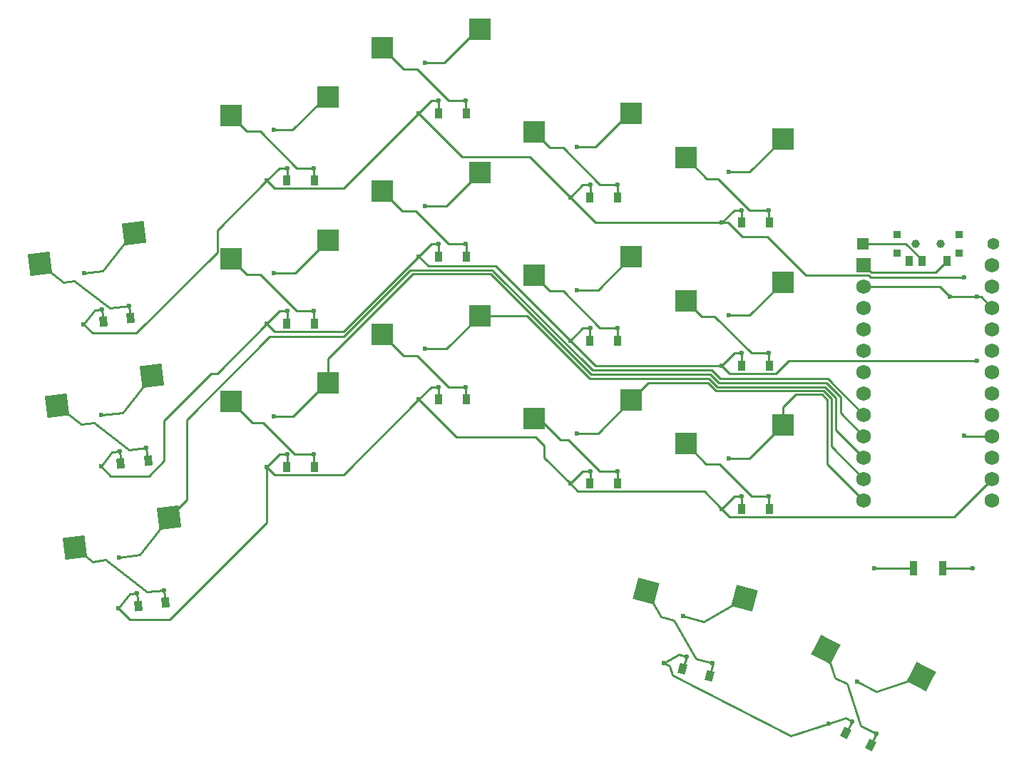
<source format=gbr>
%TF.GenerationSoftware,KiCad,Pcbnew,7.0.11*%
%TF.CreationDate,2024-03-03T17:55:26+13:00*%
%TF.ProjectId,socius-choc-v1,736f6369-7573-42d6-9368-6f632d76312e,v1.0.0*%
%TF.SameCoordinates,Original*%
%TF.FileFunction,Copper,L1,Top*%
%TF.FilePolarity,Positive*%
%FSLAX46Y46*%
G04 Gerber Fmt 4.6, Leading zero omitted, Abs format (unit mm)*
G04 Created by KiCad (PCBNEW 7.0.11) date 2024-03-03 17:55:26*
%MOMM*%
%LPD*%
G01*
G04 APERTURE LIST*
G04 Aperture macros list*
%AMRotRect*
0 Rectangle, with rotation*
0 The origin of the aperture is its center*
0 $1 length*
0 $2 width*
0 $3 Rotation angle, in degrees counterclockwise*
0 Add horizontal line*
21,1,$1,$2,0,0,$3*%
G04 Aperture macros list end*
%TA.AperFunction,SMDPad,CuDef*%
%ADD10R,0.900000X0.900000*%
%TD*%
%TA.AperFunction,WasherPad*%
%ADD11C,1.000000*%
%TD*%
%TA.AperFunction,SMDPad,CuDef*%
%ADD12R,0.900000X1.250000*%
%TD*%
%TA.AperFunction,SMDPad,CuDef*%
%ADD13R,0.900000X1.200000*%
%TD*%
%TA.AperFunction,ComponentPad*%
%ADD14C,0.600000*%
%TD*%
%TA.AperFunction,SMDPad,CuDef*%
%ADD15RotRect,2.600000X2.600000X7.000000*%
%TD*%
%TA.AperFunction,SMDPad,CuDef*%
%ADD16R,0.900000X1.700000*%
%TD*%
%TA.AperFunction,ComponentPad*%
%ADD17R,1.752600X1.752600*%
%TD*%
%TA.AperFunction,ComponentPad*%
%ADD18C,1.752600*%
%TD*%
%TA.AperFunction,SMDPad,CuDef*%
%ADD19RotRect,0.900000X1.200000X333.000000*%
%TD*%
%TA.AperFunction,SMDPad,CuDef*%
%ADD20R,2.600000X2.600000*%
%TD*%
%TA.AperFunction,SMDPad,CuDef*%
%ADD21RotRect,0.900000X1.200000X345.000000*%
%TD*%
%TA.AperFunction,SMDPad,CuDef*%
%ADD22RotRect,0.900000X1.200000X7.000000*%
%TD*%
%TA.AperFunction,SMDPad,CuDef*%
%ADD23RotRect,2.600000X2.600000X333.000000*%
%TD*%
%TA.AperFunction,ComponentPad*%
%ADD24R,1.400000X1.400000*%
%TD*%
%TA.AperFunction,ComponentPad*%
%ADD25C,1.400000*%
%TD*%
%TA.AperFunction,SMDPad,CuDef*%
%ADD26RotRect,2.600000X2.600000X345.000000*%
%TD*%
%TA.AperFunction,Conductor*%
%ADD27C,0.250000*%
%TD*%
G04 APERTURE END LIST*
D10*
%TO.P,T1,*%
%TO.N,*%
X250910738Y-125904546D03*
X250910738Y-128104546D03*
D11*
X253110738Y-127004546D03*
X256110738Y-127004546D03*
D10*
X258310738Y-125904546D03*
X258310738Y-128104546D03*
D12*
%TO.P,T1,1*%
%TO.N,RAW*%
X256860738Y-129079546D03*
%TO.P,T1,2*%
%TO.N,POSITIVE*%
X253860738Y-129079546D03*
%TO.P,T1,3*%
%TO.N,N/C*%
X252360738Y-129079546D03*
%TD*%
D13*
%TO.P,D5,1*%
%TO.N,ROW1*%
X178460754Y-136504550D03*
%TO.P,D5,2*%
%TO.N,ring_home*%
X181760754Y-136504550D03*
%TD*%
%TO.P,D8,1*%
%TO.N,ROW1*%
X196460752Y-128504553D03*
%TO.P,D8,2*%
%TO.N,middle_home*%
X199760752Y-128504553D03*
%TD*%
D14*
%TO.P,REF\u002A\u002A,1*%
%TO.N,ROW2*%
X194110755Y-145504555D03*
%TD*%
D15*
%TO.P,S1,1*%
%TO.N,COL0*%
X164491462Y-159532808D03*
%TO.P,S1,2*%
%TO.N,pinky_bottom*%
X153295667Y-163124001D03*
%TD*%
D13*
%TO.P,D13,1*%
%TO.N,ROW2*%
X232460751Y-158504545D03*
%TO.P,D13,2*%
%TO.N,inner_bottom*%
X235760751Y-158504545D03*
%TD*%
D16*
%TO.P,,1*%
%TO.N,GND*%
X256310750Y-165504548D03*
%TO.P,,2*%
%TO.N,RST*%
X252910750Y-165504548D03*
%TD*%
D14*
%TO.P,REF\u002A\u002A,1*%
%TO.N,ROW0*%
X178510756Y-118004552D03*
%TD*%
%TO.P,REF\u002A\u002A,1*%
%TO.N,ring_home*%
X181710744Y-135004553D03*
%TD*%
D13*
%TO.P,D10,1*%
%TO.N,ROW2*%
X214460749Y-155504543D03*
%TO.P,D10,2*%
%TO.N,index_bottom*%
X217760749Y-155504543D03*
%TD*%
D14*
%TO.P,REF\u002A\u002A,1*%
%TO.N,ROW0*%
X258910748Y-130984547D03*
%TD*%
D13*
%TO.P,D14,1*%
%TO.N,ROW1*%
X232460743Y-141504549D03*
%TO.P,D14,2*%
%TO.N,inner_home*%
X235760743Y-141504549D03*
%TD*%
D17*
%TO.P,MCU1,*%
%TO.N,RAW*%
X246990757Y-129534549D03*
D18*
%TO.P,MCU1,1*%
X246990757Y-129534549D03*
%TO.P,MCU1,2*%
%TO.N,GND*%
X246990757Y-132074549D03*
%TO.P,MCU1,3*%
%TO.N,RST*%
X246990757Y-134614549D03*
%TO.P,MCU1,4*%
%TO.N,VCC*%
X246990757Y-137154549D03*
%TO.P,MCU1,5*%
%TO.N,P21*%
X246990757Y-139694549D03*
%TO.P,MCU1,6*%
%TO.N,P20*%
X246990757Y-142234549D03*
%TO.P,MCU1,7*%
%TO.N,P19*%
X246990757Y-144774549D03*
%TO.P,MCU1,8*%
%TO.N,COL0*%
X246990757Y-147314549D03*
%TO.P,MCU1,9*%
%TO.N,COL1*%
X246990757Y-149854549D03*
%TO.P,MCU1,10*%
%TO.N,COL2*%
X246990757Y-152394549D03*
%TO.P,MCU1,11*%
%TO.N,COL3*%
X246990757Y-154934549D03*
%TO.P,MCU1,12*%
%TO.N,COL4*%
X246990757Y-157474549D03*
%TO.P,MCU1,13*%
%TO.N,CS*%
X262230757Y-129534549D03*
%TO.P,MCU1,14*%
%TO.N,P0*%
X262230757Y-132074549D03*
%TO.P,MCU1,15*%
%TO.N,GND*%
X262230757Y-134614549D03*
%TO.P,MCU1,16*%
X262230757Y-137154549D03*
%TO.P,MCU1,17*%
%TO.N,MOSI*%
X262230757Y-139694549D03*
%TO.P,MCU1,18*%
%TO.N,SCK*%
X262230757Y-142234549D03*
%TO.P,MCU1,19*%
%TO.N,P4*%
X262230757Y-144774549D03*
%TO.P,MCU1,20*%
%TO.N,P5*%
X262230757Y-147314549D03*
%TO.P,MCU1,21*%
%TO.N,ROW0*%
X262230757Y-149854549D03*
%TO.P,MCU1,22*%
%TO.N,ROW1*%
X262230757Y-152394549D03*
%TO.P,MCU1,23*%
%TO.N,ROW2*%
X262230757Y-154934549D03*
%TO.P,MCU1,24*%
%TO.N,ROW3*%
X262230757Y-157474549D03*
%TD*%
D14*
%TO.P,REF\u002A\u002A,1*%
%TO.N,middle_home*%
X199710754Y-127004547D03*
%TD*%
D19*
%TO.P,D17,1*%
%TO.N,ROW3*%
X244867333Y-185076203D03*
%TO.P,D17,2*%
%TO.N,outer_sole*%
X247807655Y-186574371D03*
%TD*%
D14*
%TO.P,REF\u002A\u002A,1*%
%TO.N,COL0*%
X154402564Y-130495903D03*
%TD*%
D20*
%TO.P,S15,1*%
%TO.N,COL4*%
X237385753Y-114554547D03*
%TO.P,S15,2*%
%TO.N,inner_top*%
X225835753Y-116754547D03*
%TD*%
D14*
%TO.P,REF\u002A\u002A,1*%
%TO.N,COL3*%
X212910754Y-115504554D03*
%TD*%
D13*
%TO.P,D9,1*%
%TO.N,ROW0*%
X196460752Y-111504549D03*
%TO.P,D9,2*%
%TO.N,middle_top*%
X199760752Y-111504549D03*
%TD*%
D14*
%TO.P,REF\u002A\u002A,1*%
%TO.N,ROW2*%
X160682601Y-168513946D03*
%TD*%
%TO.P,REF\u002A\u002A,1*%
%TO.N,ROW3*%
X242773473Y-184009335D03*
%TD*%
%TO.P,REF\u002A\u002A,1*%
%TO.N,ROW2*%
X158483292Y-170295248D03*
%TD*%
%TO.P,REF\u002A\u002A,1*%
%TO.N,middle_top*%
X199710757Y-110004545D03*
%TD*%
D13*
%TO.P,D12,1*%
%TO.N,ROW0*%
X214460752Y-121504556D03*
%TO.P,D12,2*%
%TO.N,index_top*%
X217760752Y-121504556D03*
%TD*%
D14*
%TO.P,REF\u002A\u002A,1*%
%TO.N,ROW1*%
X232510757Y-140004549D03*
%TD*%
%TO.P,REF\u002A\u002A,1*%
%TO.N,COL1*%
X176910746Y-130504549D03*
%TD*%
D20*
%TO.P,S6,1*%
%TO.N,COL1*%
X183385754Y-109554549D03*
%TO.P,S6,2*%
%TO.N,ring_top*%
X171835754Y-111754549D03*
%TD*%
D15*
%TO.P,S2,1*%
%TO.N,COL0*%
X162419689Y-142659521D03*
%TO.P,S2,2*%
%TO.N,pinky_home*%
X151223894Y-146250714D03*
%TD*%
D14*
%TO.P,REF\u002A\u002A,1*%
%TO.N,inner_top*%
X235710749Y-123004550D03*
%TD*%
%TO.P,REF\u002A\u002A,1*%
%TO.N,outer_sole*%
X248444094Y-185215175D03*
%TD*%
%TO.P,REF\u002A\u002A,1*%
%TO.N,COL2*%
X194910749Y-122504546D03*
%TD*%
D21*
%TO.P,D16,1*%
%TO.N,ROW3*%
X225481695Y-177441203D03*
%TO.P,D16,2*%
%TO.N,inner_sole*%
X228669251Y-178295305D03*
%TD*%
D14*
%TO.P,REF\u002A\u002A,1*%
%TO.N,ROW1*%
X176110748Y-136504551D03*
%TD*%
D20*
%TO.P,S8,1*%
%TO.N,COL2*%
X201385750Y-118554543D03*
%TO.P,S8,2*%
%TO.N,middle_home*%
X189835750Y-120754543D03*
%TD*%
D13*
%TO.P,D4,1*%
%TO.N,ROW2*%
X178460757Y-153504551D03*
%TO.P,D4,2*%
%TO.N,ring_bottom*%
X181760757Y-153504551D03*
%TD*%
D22*
%TO.P,D2,1*%
%TO.N,ROW1*%
X158743997Y-153135564D03*
%TO.P,D2,2*%
%TO.N,pinky_home*%
X162019399Y-152733396D03*
%TD*%
D20*
%TO.P,S7,1*%
%TO.N,COL2*%
X201385752Y-135554545D03*
%TO.P,S7,2*%
%TO.N,middle_bottom*%
X189835752Y-137754545D03*
%TD*%
D14*
%TO.P,REF\u002A\u002A,1*%
%TO.N,ROW0*%
X232510753Y-123004549D03*
%TD*%
%TO.P,REF\u002A\u002A,1*%
%TO.N,COL4*%
X230910749Y-118504549D03*
%TD*%
%TO.P,REF\u002A\u002A,1*%
%TO.N,ROW3*%
X225918223Y-176005252D03*
%TD*%
%TO.P,REF\u002A\u002A,1*%
%TO.N,inner_bottom*%
X235710750Y-157004541D03*
%TD*%
%TO.P,REF\u002A\u002A,1*%
%TO.N,ROW0*%
X214510752Y-120004551D03*
%TD*%
D22*
%TO.P,D3,1*%
%TO.N,ROW0*%
X156672218Y-136262284D03*
%TO.P,D3,2*%
%TO.N,pinky_top*%
X159947620Y-135860116D03*
%TD*%
D14*
%TO.P,REF\u002A\u002A,1*%
%TO.N,ROW2*%
X214510752Y-154004549D03*
%TD*%
%TO.P,REF\u002A\u002A,1*%
%TO.N,COL0*%
X158546115Y-164242471D03*
%TD*%
D13*
%TO.P,D6,1*%
%TO.N,ROW0*%
X178460751Y-119504549D03*
%TO.P,D6,2*%
%TO.N,ring_top*%
X181760751Y-119504549D03*
%TD*%
D20*
%TO.P,S5,1*%
%TO.N,COL1*%
X183385756Y-126554549D03*
%TO.P,S5,2*%
%TO.N,ring_home*%
X171835756Y-128754549D03*
%TD*%
D14*
%TO.P,REF\u002A\u002A,1*%
%TO.N,GND*%
X259924737Y-165504549D03*
%TD*%
D20*
%TO.P,S11,1*%
%TO.N,COL3*%
X219385747Y-128554548D03*
%TO.P,S11,2*%
%TO.N,index_home*%
X207835747Y-130754548D03*
%TD*%
D14*
%TO.P,REF\u002A\u002A,1*%
%TO.N,ROW0*%
X156539038Y-134767372D03*
%TD*%
%TO.P,REF\u002A\u002A,1*%
%TO.N,COL4*%
X230910753Y-152504553D03*
%TD*%
%TO.P,REF\u002A\u002A,1*%
%TO.N,ROW1*%
X214510752Y-137004542D03*
%TD*%
D20*
%TO.P,S13,1*%
%TO.N,COL4*%
X237385749Y-148554545D03*
%TO.P,S13,2*%
%TO.N,inner_bottom*%
X225835749Y-150754545D03*
%TD*%
D23*
%TO.P,S17,1*%
%TO.N,COL4*%
X253772751Y-178446600D03*
%TO.P,S17,2*%
%TO.N,outer_sole*%
X242482846Y-175163224D03*
%TD*%
D14*
%TO.P,REF\u002A\u002A,1*%
%TO.N,ROW1*%
X194110755Y-128504552D03*
%TD*%
%TO.P,REF\u002A\u002A,1*%
%TO.N,ROW0*%
X176110752Y-119504544D03*
%TD*%
D24*
%TO.P,,1*%
%TO.N,POSITIVE*%
X246860738Y-127004546D03*
D25*
%TO.P,,2*%
%TO.N,GND*%
X262360738Y-127004546D03*
%TD*%
D14*
%TO.P,REF\u002A\u002A,1*%
%TO.N,COL2*%
X194910756Y-139504549D03*
%TD*%
%TO.P,REF\u002A\u002A,1*%
%TO.N,COL1*%
X176910754Y-147504546D03*
%TD*%
%TO.P,REF\u002A\u002A,1*%
%TO.N,ROW1*%
X260410755Y-140904549D03*
%TD*%
%TO.P,REF\u002A\u002A,1*%
%TO.N,pinky_home*%
X161786963Y-151250671D03*
%TD*%
%TO.P,REF\u002A\u002A,1*%
%TO.N,ROW1*%
X178510743Y-135004545D03*
%TD*%
%TO.P,REF\u002A\u002A,1*%
%TO.N,index_home*%
X217710750Y-137004544D03*
%TD*%
%TO.P,REF\u002A\u002A,1*%
%TO.N,ROW2*%
X178510751Y-152004544D03*
%TD*%
D20*
%TO.P,S14,1*%
%TO.N,COL4*%
X237385751Y-131554549D03*
%TO.P,S14,2*%
%TO.N,inner_home*%
X225835751Y-133754549D03*
%TD*%
D15*
%TO.P,S3,1*%
%TO.N,COL0*%
X160347908Y-125786239D03*
%TO.P,S3,2*%
%TO.N,pinky_top*%
X149152113Y-129377432D03*
%TD*%
D14*
%TO.P,REF\u002A\u002A,1*%
%TO.N,COL3*%
X212910756Y-149504549D03*
%TD*%
%TO.P,REF\u002A\u002A,1*%
%TO.N,RST*%
X248210747Y-165504548D03*
%TD*%
%TO.P,REF\u002A\u002A,1*%
%TO.N,ROW0*%
X154339740Y-136548671D03*
%TD*%
%TO.P,REF\u002A\u002A,1*%
%TO.N,middle_bottom*%
X199710751Y-144004544D03*
%TD*%
%TO.P,REF\u002A\u002A,1*%
%TO.N,COL3*%
X225537425Y-171244470D03*
%TD*%
%TO.P,REF\u002A\u002A,1*%
%TO.N,pinky_bottom*%
X163858749Y-168123956D03*
%TD*%
%TO.P,REF\u002A\u002A,1*%
%TO.N,GND*%
X260410760Y-133304548D03*
%TD*%
%TO.P,REF\u002A\u002A,1*%
%TO.N,ROW2*%
X196510747Y-144004552D03*
%TD*%
%TO.P,REF\u002A\u002A,1*%
%TO.N,ROW1*%
X156411521Y-153421958D03*
%TD*%
%TO.P,REF\u002A\u002A,1*%
%TO.N,COL4*%
X246210228Y-179026488D03*
%TD*%
D13*
%TO.P,D11,1*%
%TO.N,ROW1*%
X214460751Y-138504549D03*
%TO.P,D11,2*%
%TO.N,index_home*%
X217760751Y-138504549D03*
%TD*%
%TO.P,D15,1*%
%TO.N,ROW0*%
X232460753Y-124504551D03*
%TO.P,D15,2*%
%TO.N,inner_top*%
X235760753Y-124504551D03*
%TD*%
D14*
%TO.P,REF\u002A\u002A,1*%
%TO.N,ring_top*%
X181710756Y-118004552D03*
%TD*%
%TO.P,REF\u002A\u002A,1*%
%TO.N,ROW2*%
X176110750Y-153504553D03*
%TD*%
%TO.P,REF\u002A\u002A,1*%
%TO.N,ROW2*%
X232510753Y-157004550D03*
%TD*%
%TO.P,REF\u002A\u002A,1*%
%TO.N,ROW1*%
X212110743Y-138504552D03*
%TD*%
%TO.P,REF\u002A\u002A,1*%
%TO.N,ROW0*%
X212110754Y-121504553D03*
%TD*%
%TO.P,REF\u002A\u002A,1*%
%TO.N,ROW1*%
X158610819Y-151640655D03*
%TD*%
D20*
%TO.P,S12,1*%
%TO.N,COL3*%
X219385757Y-111554550D03*
%TO.P,S12,2*%
%TO.N,index_top*%
X207835757Y-113754550D03*
%TD*%
D14*
%TO.P,REF\u002A\u002A,1*%
%TO.N,ring_bottom*%
X181710753Y-152004553D03*
%TD*%
D26*
%TO.P,S16,1*%
%TO.N,COL3*%
X232814137Y-169104918D03*
%TO.P,S16,2*%
%TO.N,inner_sole*%
X221088292Y-168240595D03*
%TD*%
D14*
%TO.P,REF\u002A\u002A,1*%
%TO.N,GND*%
X257210757Y-133304552D03*
%TD*%
%TO.P,REF\u002A\u002A,1*%
%TO.N,ROW1*%
X230110756Y-141504545D03*
%TD*%
%TO.P,REF\u002A\u002A,1*%
%TO.N,COL0*%
X156474339Y-147369187D03*
%TD*%
D13*
%TO.P,D7,1*%
%TO.N,ROW2*%
X196460757Y-145504552D03*
%TO.P,D7,2*%
%TO.N,middle_bottom*%
X199760757Y-145504552D03*
%TD*%
D22*
%TO.P,D1,1*%
%TO.N,ROW2*%
X160815783Y-170008847D03*
%TO.P,D1,2*%
%TO.N,pinky_bottom*%
X164091185Y-169606679D03*
%TD*%
D14*
%TO.P,REF\u002A\u002A,1*%
%TO.N,index_top*%
X217710751Y-120004548D03*
%TD*%
%TO.P,REF\u002A\u002A,1*%
%TO.N,ROW3*%
X245592873Y-183762400D03*
%TD*%
%TO.P,REF\u002A\u002A,1*%
%TO.N,ROW2*%
X230110754Y-158504549D03*
%TD*%
%TO.P,REF\u002A\u002A,1*%
%TO.N,ROW0*%
X196510755Y-110004546D03*
%TD*%
%TO.P,REF\u002A\u002A,1*%
%TO.N,index_bottom*%
X217710752Y-154004551D03*
%TD*%
D20*
%TO.P,S9,1*%
%TO.N,COL2*%
X201385750Y-101554552D03*
%TO.P,S9,2*%
%TO.N,middle_top*%
X189835750Y-103754552D03*
%TD*%
D14*
%TO.P,REF\u002A\u002A,1*%
%TO.N,COL2*%
X194910759Y-105504542D03*
%TD*%
%TO.P,REF\u002A\u002A,1*%
%TO.N,inner_sole*%
X229009188Y-176833470D03*
%TD*%
%TO.P,REF\u002A\u002A,1*%
%TO.N,COL1*%
X176910752Y-113504545D03*
%TD*%
%TO.P,REF\u002A\u002A,1*%
%TO.N,COL4*%
X230910757Y-135504554D03*
%TD*%
%TO.P,REF\u002A\u002A,1*%
%TO.N,COL3*%
X212910752Y-132504555D03*
%TD*%
%TO.P,REF\u002A\u002A,1*%
%TO.N,ROW0*%
X194110752Y-111504547D03*
%TD*%
%TO.P,REF\u002A\u002A,1*%
%TO.N,ROW3*%
X223211764Y-176832974D03*
%TD*%
D20*
%TO.P,S4,1*%
%TO.N,COL1*%
X183385751Y-143554544D03*
%TO.P,S4,2*%
%TO.N,ring_bottom*%
X171835751Y-145754544D03*
%TD*%
%TO.P,S10,1*%
%TO.N,COL3*%
X219385752Y-145554552D03*
%TO.P,S10,2*%
%TO.N,index_bottom*%
X207835752Y-147754552D03*
%TD*%
D14*
%TO.P,REF\u002A\u002A,1*%
%TO.N,ROW0*%
X230110755Y-124504549D03*
%TD*%
%TO.P,REF\u002A\u002A,1*%
%TO.N,ROW0*%
X258910759Y-149804548D03*
%TD*%
%TO.P,REF\u002A\u002A,1*%
%TO.N,ROW1*%
X196510747Y-127004553D03*
%TD*%
%TO.P,REF\u002A\u002A,1*%
%TO.N,ROW2*%
X212110751Y-155504549D03*
%TD*%
%TO.P,REF\u002A\u002A,1*%
%TO.N,inner_home*%
X235710759Y-140004546D03*
%TD*%
%TO.P,REF\u002A\u002A,1*%
%TO.N,pinky_top*%
X159715188Y-134377385D03*
%TD*%
D27*
%TO.N,COL0*%
X160347907Y-125786238D02*
X160070003Y-125820369D01*
X229924739Y-143045550D02*
X242721761Y-143045553D01*
X176424739Y-138045552D02*
X185206142Y-138045550D01*
X228924740Y-142045550D02*
X229924739Y-143045550D01*
X160070003Y-125820369D02*
X156630821Y-130222302D01*
X161052297Y-163934754D02*
X158546115Y-164242471D01*
X158980519Y-147061462D02*
X156474339Y-147369187D01*
X202924740Y-130127525D02*
X202924738Y-130202432D01*
X166579127Y-157445141D02*
X166579126Y-147891163D01*
X242721761Y-143045553D02*
X246990755Y-147314547D01*
X162419688Y-142659523D02*
X158980519Y-147061462D01*
X166579126Y-147891163D02*
X176424739Y-138045552D01*
X164491465Y-159532806D02*
X161052297Y-163934754D01*
X185206142Y-138045550D02*
X193124176Y-130127525D01*
X214767855Y-142045551D02*
X228924740Y-142045550D01*
X164491462Y-159532807D02*
X166579127Y-157445141D01*
X156630821Y-130222302D02*
X154402564Y-130495903D01*
X193124176Y-130127525D02*
X202924740Y-130127525D01*
X202924738Y-130202432D02*
X214767855Y-142045551D01*
%TO.N,pinky_bottom*%
X156943499Y-164565186D02*
X161819060Y-168374399D01*
X164035456Y-169563152D02*
X164091174Y-169606678D01*
X163858749Y-168123956D02*
X164035456Y-169563152D01*
X153295668Y-163124001D02*
X155385202Y-164756522D01*
X155385202Y-164756522D02*
X156943499Y-164565186D01*
X161819060Y-168374399D02*
X163858749Y-168123956D01*
%TO.N,pinky_home*%
X161963680Y-152689865D02*
X162019395Y-152733392D01*
X161786963Y-151250671D02*
X161963680Y-152689865D01*
X154036790Y-148448397D02*
X155595091Y-148257060D01*
X159747283Y-151501115D02*
X161786963Y-151250671D01*
X151223898Y-146250716D02*
X154036790Y-148448397D01*
X155595091Y-148257060D02*
X159747283Y-151501115D01*
%TO.N,pinky_top*%
X153264136Y-131415601D02*
X157416334Y-134659653D01*
X157416334Y-134659653D02*
X159715188Y-134377385D01*
X149152114Y-129377434D02*
X151965013Y-131575101D01*
X151965013Y-131575101D02*
X153264136Y-131415601D01*
X159715188Y-134377385D02*
X159891903Y-135816583D01*
X159891903Y-135816583D02*
X159947623Y-135860111D01*
%TO.N,COL1*%
X183385752Y-143554544D02*
X183166679Y-143554545D01*
X229788345Y-143545550D02*
X242585365Y-143545553D01*
X183385751Y-126554552D02*
X179435755Y-130504548D01*
X179155753Y-113504545D02*
X176910752Y-113504545D01*
X214631458Y-142545552D02*
X228788344Y-142545552D01*
X183385751Y-143554544D02*
X183385752Y-140616512D01*
X244255052Y-145215240D02*
X244255051Y-147118843D01*
X183166679Y-143554545D02*
X179216679Y-147504544D01*
X242585365Y-143545553D02*
X244255052Y-145215240D01*
X183385752Y-140616512D02*
X193424742Y-130577523D01*
X193424742Y-130577523D02*
X202663434Y-130577524D01*
X183105753Y-109554547D02*
X179155753Y-113504545D01*
X179216679Y-147504544D02*
X176910754Y-147504546D01*
X179435755Y-130504548D02*
X176910746Y-130504549D01*
X202663434Y-130577524D02*
X214631458Y-142545552D01*
X228788344Y-142545552D02*
X229788345Y-143545550D01*
X244255051Y-147118843D02*
X246990753Y-149854545D01*
X183385751Y-109554546D02*
X183105753Y-109554547D01*
%TO.N,ring_bottom*%
X181710753Y-152004553D02*
X181710753Y-153454554D01*
X174359848Y-148278648D02*
X175668738Y-148278646D01*
X171835760Y-145754545D02*
X174359848Y-148278648D01*
X175668738Y-148278646D02*
X179394639Y-152004554D01*
X179394639Y-152004554D02*
X181710753Y-152004553D01*
X181710753Y-153454554D02*
X181760754Y-153504548D01*
%TO.N,ring_home*%
X179655753Y-135004550D02*
X181710744Y-135004553D01*
X175280756Y-130629549D02*
X179655753Y-135004550D01*
X173710750Y-130629552D02*
X175280756Y-130629549D01*
X171835753Y-128754551D02*
X173710750Y-130629552D01*
X181710744Y-135004553D02*
X181710752Y-136454551D01*
X181710752Y-136454551D02*
X181760757Y-136504552D01*
%TO.N,ring_top*%
X181710756Y-118004552D02*
X181710750Y-119454549D01*
X181710750Y-119454549D02*
X181760759Y-119504542D01*
X175280756Y-113629549D02*
X179655757Y-118004544D01*
X171835742Y-111754555D02*
X173710758Y-113629553D01*
X173710758Y-113629553D02*
X175280756Y-113629549D01*
X179655757Y-118004544D02*
X181710756Y-118004552D01*
%TO.N,COL2*%
X242398968Y-143995548D02*
X243686854Y-145283436D01*
X229601947Y-143995550D02*
X242398968Y-143995548D01*
X201105749Y-101554551D02*
X197155757Y-105504545D01*
X201385755Y-101554550D02*
X201105749Y-101554551D01*
X201385752Y-135554548D02*
X197435756Y-139504552D01*
X243686854Y-145283436D02*
X243686855Y-149090646D01*
X197155757Y-105504545D02*
X194910759Y-105504542D01*
X228601945Y-142995550D02*
X229601947Y-143995550D01*
X201385751Y-118554552D02*
X197435742Y-122504548D01*
X197435742Y-122504548D02*
X194910749Y-122504546D01*
X197435756Y-139504552D02*
X194910756Y-139504549D01*
X243686855Y-149090646D02*
X246990757Y-152394546D01*
X207004059Y-135554547D02*
X214445064Y-142995551D01*
X201385753Y-135554544D02*
X207004059Y-135554547D01*
X214445064Y-142995551D02*
X228601945Y-142995550D01*
%TO.N,middle_bottom*%
X199710749Y-145454554D02*
X199760747Y-145504548D01*
X199710751Y-144004544D02*
X199710749Y-145454554D01*
X189835750Y-137754554D02*
X192359852Y-140278652D01*
X192359852Y-140278652D02*
X193929856Y-140278649D01*
X193929856Y-140278649D02*
X197655760Y-144004555D01*
X197655760Y-144004555D02*
X199710751Y-144004544D01*
%TO.N,middle_home*%
X197655762Y-127004554D02*
X199710754Y-127004547D01*
X199760749Y-127054551D02*
X199710754Y-127004547D01*
X192210751Y-123129547D02*
X193780753Y-123129545D01*
X193780753Y-123129545D02*
X197655762Y-127004554D01*
X189835752Y-120754549D02*
X192210751Y-123129547D01*
X199760748Y-128504543D02*
X199760749Y-127054551D01*
%TO.N,middle_top*%
X197655754Y-110004548D02*
X199710757Y-110004545D01*
X193929854Y-106278645D02*
X197655754Y-110004548D01*
X189835752Y-103754548D02*
X192359851Y-106278649D01*
X199710744Y-111454555D02*
X199760753Y-111504541D01*
X192359851Y-106278649D02*
X193929854Y-106278645D01*
X199710757Y-110004545D02*
X199710744Y-111454555D01*
%TO.N,COL3*%
X232814131Y-169104922D02*
X227976393Y-171897997D01*
X229415550Y-144445551D02*
X242212572Y-144445550D01*
X219385753Y-128554547D02*
X215435749Y-132504544D01*
X219385755Y-111554543D02*
X219105752Y-111554555D01*
X243118657Y-145351633D02*
X243118657Y-151062446D01*
X215435749Y-132504544D02*
X212910752Y-132504555D01*
X228515551Y-143545550D02*
X229415550Y-144445551D01*
X227976393Y-171897997D02*
X225537425Y-171244470D01*
X242212572Y-144445550D02*
X243118657Y-145351633D01*
X219105752Y-111554555D02*
X215155756Y-115504550D01*
X219385753Y-145554551D02*
X221394751Y-143545552D01*
X215435747Y-149504548D02*
X212910756Y-149504549D01*
X219385751Y-145554548D02*
X215435747Y-149504548D01*
X243118657Y-151062446D02*
X246990755Y-154934546D01*
X221394751Y-143545552D02*
X228515551Y-143545550D01*
X215155756Y-115504550D02*
X212910754Y-115504554D01*
%TO.N,index_bottom*%
X208459096Y-147754548D02*
X210983206Y-150278650D01*
X217710752Y-154004551D02*
X217710750Y-155454547D01*
X211929854Y-150278642D02*
X215655752Y-154004547D01*
X215655752Y-154004547D02*
X217710752Y-154004551D01*
X210983206Y-150278650D02*
X211929854Y-150278642D01*
X207835749Y-147754553D02*
X208459096Y-147754548D01*
X217710750Y-155454547D02*
X217760754Y-155504545D01*
%TO.N,index_home*%
X215655751Y-137004547D02*
X217710750Y-137004544D01*
X209710756Y-132629544D02*
X211280754Y-132629546D01*
X217760741Y-138504552D02*
X217760751Y-137054551D01*
X217760751Y-137054551D02*
X217710750Y-137004544D01*
X211280754Y-132629546D02*
X215655751Y-137004547D01*
X207835753Y-130754546D02*
X209710756Y-132629544D01*
%TO.N,index_top*%
X207835756Y-113754547D02*
X209710755Y-115629550D01*
X217710749Y-121454551D02*
X217760756Y-121504553D01*
X209710755Y-115629550D02*
X211280753Y-115629552D01*
X217710751Y-120004548D02*
X217710749Y-121454551D01*
X211280753Y-115629552D02*
X215655748Y-120004543D01*
X215655748Y-120004543D02*
X217710751Y-120004548D01*
%TO.N,COL4*%
X233435755Y-118504548D02*
X230910749Y-118504549D01*
X237385750Y-114554551D02*
X233435755Y-118504548D01*
X238924741Y-144895550D02*
X242026176Y-144895550D01*
X233435753Y-152504546D02*
X230910753Y-152504553D01*
X233435747Y-135504545D02*
X230910757Y-135504554D01*
X237385753Y-148554543D02*
X233435753Y-152504546D01*
X237385751Y-148554546D02*
X237385752Y-146434539D01*
X237385750Y-131554546D02*
X233435747Y-135504545D01*
X242668653Y-153152449D02*
X246990755Y-157474546D01*
X242026176Y-144895550D02*
X242668654Y-145538030D01*
X248460008Y-180172810D02*
X246210228Y-179026488D01*
X253772746Y-178446599D02*
X248460008Y-180172810D01*
X237385752Y-146434539D02*
X238924741Y-144895550D01*
X242668654Y-145538030D02*
X242668653Y-153152449D01*
%TO.N,inner_bottom*%
X235710750Y-157004541D02*
X235710756Y-158454542D01*
X228258728Y-153177524D02*
X229828728Y-153177526D01*
X229828728Y-153177526D02*
X233655755Y-157004545D01*
X233655755Y-157004545D02*
X235710750Y-157004541D01*
X235710756Y-158454542D02*
X235760756Y-158504546D01*
X225835746Y-150754546D02*
X228258728Y-153177524D01*
%TO.N,inner_home*%
X235710759Y-140004546D02*
X235710756Y-141454549D01*
X229280752Y-135629548D02*
X233655749Y-140004548D01*
X235710756Y-141454549D02*
X235760752Y-141504545D01*
X233655749Y-140004548D02*
X235710759Y-140004546D01*
X227710755Y-135629546D02*
X229280752Y-135629548D01*
X225835749Y-133754542D02*
X227710755Y-135629546D01*
%TO.N,inner_top*%
X225835752Y-116754537D02*
X228359852Y-119278645D01*
X233394638Y-123004551D02*
X235710749Y-123004550D01*
X229668736Y-119278648D02*
X233394638Y-123004551D01*
X228359852Y-119278645D02*
X229668736Y-119278648D01*
X235710758Y-124454541D02*
X235760749Y-124504557D01*
X235710749Y-123004550D02*
X235710758Y-124454541D01*
%TO.N,inner_sole*%
X224389602Y-171738325D02*
X227024213Y-176301598D01*
X222873090Y-171331978D02*
X224389602Y-171738325D01*
X227024213Y-176301598D02*
X229009188Y-176833470D01*
X221088280Y-168240604D02*
X222873090Y-171331978D01*
X229044542Y-176894704D02*
X229009188Y-176833470D01*
X228669247Y-178295307D02*
X229044542Y-176894704D01*
%TO.N,outer_sole*%
X246613075Y-184282221D02*
X248444094Y-185215175D01*
X244984797Y-179270897D02*
X246613075Y-184282221D01*
X248444094Y-185215175D02*
X247785808Y-186507130D01*
X242482845Y-175163226D02*
X243585918Y-178558128D01*
X243585918Y-178558128D02*
X244984797Y-179270897D01*
X247785808Y-186507130D02*
X247807655Y-186574379D01*
%TO.N,ROW2*%
X209000000Y-152393798D02*
X212110751Y-155504549D01*
X213610758Y-154004548D02*
X212110751Y-155504549D01*
X208000000Y-150000000D02*
X209000000Y-151000000D01*
X185185751Y-154429552D02*
X194110755Y-145504555D01*
X178510751Y-152004544D02*
X178510752Y-153454545D01*
X159789299Y-168623624D02*
X158483292Y-170295248D01*
X194110755Y-145504555D02*
X198606200Y-150000000D01*
X196510747Y-144004552D02*
X195610754Y-144004544D01*
X178510752Y-153454545D02*
X178460759Y-153504547D01*
X214510748Y-155454541D02*
X214460745Y-155504548D01*
X196510747Y-144004552D02*
X196510749Y-145454549D01*
X214510752Y-154004549D02*
X213610758Y-154004548D01*
X257735746Y-159429537D02*
X262230753Y-154934544D01*
X232510753Y-157004550D02*
X232510755Y-158454549D01*
X160682601Y-168513946D02*
X160859309Y-169953122D01*
X231035748Y-159429552D02*
X257735746Y-159429537D01*
X176110750Y-153504553D02*
X176110755Y-160106198D01*
X178510751Y-152004544D02*
X177610749Y-152004551D01*
X198606200Y-150000000D02*
X208000000Y-150000000D01*
X232510753Y-157004550D02*
X231610753Y-157004548D01*
X214510752Y-154004549D02*
X214510748Y-155454541D01*
X159828609Y-171640564D02*
X158483292Y-170295248D01*
X160682601Y-168513946D02*
X159789299Y-168623624D01*
X229913721Y-158307509D02*
X230110754Y-158504549D01*
X232510755Y-158454549D02*
X232460754Y-158504551D01*
X196510749Y-145454549D02*
X196460756Y-145504545D01*
X177610749Y-152004551D02*
X176110750Y-153504553D01*
X177035752Y-154429555D02*
X185185751Y-154429552D01*
X176110755Y-160106198D02*
X164576396Y-171640564D01*
X213035756Y-156429548D02*
X228035750Y-156429549D01*
X176110750Y-153504553D02*
X177035752Y-154429555D01*
X229913721Y-158307509D02*
X231035748Y-159429552D01*
X228035750Y-156429549D02*
X229913721Y-158307509D01*
X209000000Y-151000000D02*
X209000000Y-152393798D01*
X195610754Y-144004544D02*
X194110755Y-145504555D01*
X164576396Y-171640564D02*
X159828609Y-171640564D01*
X160859309Y-169953122D02*
X160815776Y-170008849D01*
X212110751Y-155504549D02*
X213035756Y-156429548D01*
X231610753Y-157004548D02*
X230110754Y-158504549D01*
%TO.N,ROW1*%
X194110755Y-128504552D02*
X185185741Y-137429554D01*
X196510747Y-127004553D02*
X195610749Y-127004551D01*
X178510743Y-135004545D02*
X178510754Y-136454550D01*
X176110748Y-136504551D02*
X170210752Y-142404559D01*
X162076383Y-154640561D02*
X157576391Y-154640562D01*
X177035752Y-137429549D02*
X176110748Y-136504551D01*
X196510751Y-128454551D02*
X196460750Y-128504544D01*
X158787526Y-153079838D02*
X158743987Y-153135562D01*
X195610749Y-127004551D02*
X194110755Y-128504552D01*
X170210752Y-142404559D02*
X169508998Y-142404556D01*
X177610755Y-135004550D02*
X176110748Y-136504551D01*
X163924735Y-152792209D02*
X162076383Y-154640561D01*
X232510757Y-140004549D02*
X232510758Y-141454551D01*
X215110750Y-141504546D02*
X212110743Y-138504552D01*
X157576388Y-154586831D02*
X156411521Y-153421958D01*
X196510747Y-127004553D02*
X196510751Y-128454551D01*
X203283728Y-129677521D02*
X212110743Y-138504552D01*
X231610751Y-140004549D02*
X230110756Y-141504545D01*
X178510743Y-135004545D02*
X177610755Y-135004550D01*
X232510757Y-140004549D02*
X231610751Y-140004549D01*
X260410755Y-140904549D02*
X238060753Y-140904548D01*
X262273733Y-152394546D02*
X262424740Y-152545551D01*
X238060753Y-140904548D02*
X236535750Y-142429550D01*
X157576391Y-154640562D02*
X157576388Y-154586831D01*
X158610819Y-151640655D02*
X157717527Y-151750337D01*
X214460748Y-138504551D02*
X214460750Y-137054552D01*
X230110756Y-141504545D02*
X215110750Y-141504546D01*
X178510754Y-136454550D02*
X178460754Y-136504552D01*
X195283722Y-129677520D02*
X203283728Y-129677521D01*
X163924737Y-147988816D02*
X163924735Y-152792209D01*
X236535750Y-142429550D02*
X231035748Y-142429550D01*
X231035748Y-142429550D02*
X230110756Y-141504545D01*
X157717527Y-151750337D02*
X156411521Y-153421958D01*
X185185741Y-137429554D02*
X177035752Y-137429549D01*
X214510752Y-137004542D02*
X213610752Y-137004552D01*
X214460750Y-137054552D02*
X214510752Y-137004542D01*
X194110755Y-128504552D02*
X195283722Y-129677520D01*
X169508998Y-142404556D02*
X163924737Y-147988816D01*
X158610819Y-151640655D02*
X158787526Y-153079838D01*
X213610752Y-137004552D02*
X212110743Y-138504552D01*
X232510758Y-141454551D02*
X232460749Y-141504554D01*
%TO.N,ROW0*%
X232543701Y-126177525D02*
X230870728Y-124504544D01*
X178510756Y-118004552D02*
X177610747Y-118004539D01*
X232510753Y-123004549D02*
X232510754Y-124454554D01*
X262230753Y-149854547D02*
X258960759Y-149854546D01*
X177610747Y-118004539D02*
X176110752Y-119504544D01*
X230110755Y-124504549D02*
X215110747Y-124504554D01*
X240102030Y-130735848D02*
X235543707Y-126177522D01*
X178510750Y-119454546D02*
X178460750Y-119504549D01*
X199285754Y-116679551D02*
X194110752Y-111504547D01*
X170210751Y-125404546D02*
X170210752Y-128006198D01*
X247555657Y-130735848D02*
X240102030Y-130735848D01*
X196510755Y-110004546D02*
X195610760Y-110004550D01*
X160576385Y-137640562D02*
X155431628Y-137640561D01*
X258910748Y-130984547D02*
X247804355Y-130984552D01*
X185185752Y-120429554D02*
X177035750Y-120429546D01*
X156539038Y-134767372D02*
X156715749Y-136206560D01*
X232510754Y-124454554D02*
X232460756Y-124504547D01*
X207285758Y-116679548D02*
X199285754Y-116679551D01*
X214510752Y-120004551D02*
X214510752Y-121454543D01*
X213610749Y-120004545D02*
X212110754Y-121504553D01*
X231610747Y-123004549D02*
X230110755Y-124504549D01*
X194110752Y-111504547D02*
X185185752Y-120429554D01*
X170210752Y-128006198D02*
X160576385Y-137640562D01*
X176110752Y-119504544D02*
X170210751Y-125404546D01*
X196510755Y-110004546D02*
X196510747Y-111454549D01*
X214510752Y-121454543D02*
X214460754Y-121504556D01*
X156715749Y-136206560D02*
X156672216Y-136262283D01*
X235543707Y-126177522D02*
X232543701Y-126177525D01*
X230870728Y-124504544D02*
X230110755Y-124504549D01*
X155645743Y-134877057D02*
X154339740Y-136548671D01*
X177035750Y-120429546D02*
X176110752Y-119504544D01*
X232510753Y-123004549D02*
X231610747Y-123004549D01*
X212110754Y-121504553D02*
X207285758Y-116679548D01*
X155431628Y-137640561D02*
X154339740Y-136548671D01*
X195610760Y-110004550D02*
X194110752Y-111504547D01*
X196510747Y-111454549D02*
X196460751Y-111504553D01*
X178510756Y-118004552D02*
X178510750Y-119454546D01*
X156539038Y-134767372D02*
X155645743Y-134877057D01*
X215110747Y-124504554D02*
X212110754Y-121504553D01*
X258960759Y-149854546D02*
X258910759Y-149804548D01*
X214510752Y-120004551D02*
X213610749Y-120004545D01*
X247804355Y-130984552D02*
X247555657Y-130735848D01*
%TO.N,ROW3*%
X224251124Y-178281445D02*
X238327742Y-185453838D01*
X225918223Y-176005252D02*
X225048888Y-175772317D01*
X244790972Y-183353803D02*
X245592873Y-183762400D01*
X225542938Y-177405846D02*
X225481697Y-177441197D01*
X245592873Y-183762400D02*
X244934591Y-185054357D01*
X225048888Y-175772317D02*
X223211764Y-176832974D01*
X223211764Y-176832974D02*
X223893330Y-177180246D01*
X223893330Y-177180246D02*
X224251124Y-178281445D01*
X225918223Y-176005252D02*
X225542938Y-177405846D01*
X244934591Y-185054357D02*
X244867333Y-185076207D01*
X238327742Y-185453838D02*
X242773473Y-184009335D01*
X242773473Y-184009335D02*
X244790972Y-183353803D01*
%TO.N,RAW*%
X246990752Y-129534543D02*
X247867048Y-130410848D01*
X255529454Y-130410848D02*
X256860753Y-129079547D01*
X247867048Y-130410848D02*
X255529454Y-130410848D01*
%TO.N,GND*%
X255980749Y-132074554D02*
X257210757Y-133304552D01*
X260410761Y-133304545D02*
X260410760Y-133304548D01*
X246990752Y-132074552D02*
X255980749Y-132074554D01*
X259924737Y-165504549D02*
X256310753Y-165504549D01*
X260410760Y-133304548D02*
X260920746Y-133304555D01*
X257210757Y-133304552D02*
X260410761Y-133304545D01*
X260920746Y-133304555D02*
X262230760Y-134614552D01*
%TO.N,RST*%
X252910747Y-165504545D02*
X252910746Y-165504549D01*
X248210747Y-165504548D02*
X252910747Y-165504545D01*
%TO.N,POSITIVE*%
X251944018Y-127004549D02*
X253860754Y-128921277D01*
X246860754Y-127004551D02*
X251944018Y-127004549D01*
X253860754Y-128921277D02*
X253860753Y-129079550D01*
%TD*%
M02*

</source>
